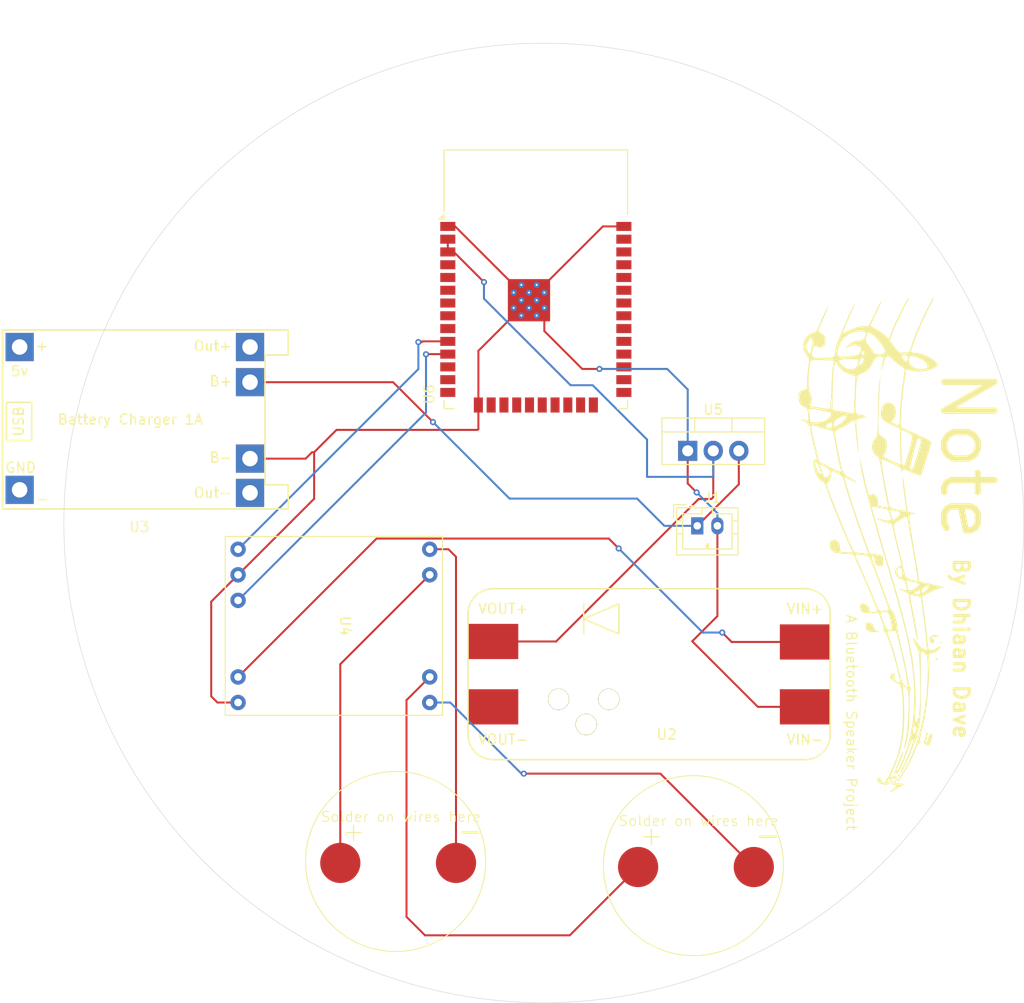
<source format=kicad_pcb>
(kicad_pcb (version 20241229) (generator "pcbnew") (generator_version "9.0")
  (layers (0 "F.Cu" signal) (2 "B.Cu" signal) (13 "F.Paste" user) (15 "B.Paste" user) (5 "F.SilkS" user "F.Silkscreen") (7 "B.SilkS" user "B.Silkscreen") (1 "F.Mask" user) (3 "B.Mask" user) (25 "Edge.Cuts" user))
  (net 0 "")
  (net 1 "GND")
  (net 2 "VBAT")
  (net 3 "L-")
  (net 4 "L+")
  (net 5 "R-")
  (net 6 "R+")
  (net 8 "VBUS")
  (net 9 "3.3V")
  (net 14 "GPIO26")
  (net 15 "GPIO25")
  (footprint "Package_TO_SOT_THT:TO-220-3_Vertical" (layer "F.Cu") (at 163.51 100.14)
    (property "Reference" "U5" (at 2.54 -4.1 0) (layer "F.SilkS"))
    (property "Value" "LD1117V33")
    (pad "1" thru_hole rect (at 0 0) (size 1.905 2) (drill 1.1) (layers "*.Cu" "*.Mask") (net 1 "GND"))
    (pad "2" thru_hole oval (at 2.54 0) (size 1.905 2) (drill 1.1) (layers "*.Cu" "*.Mask") (net 9 "3.3V"))
    (pad "3" thru_hole oval (at 5.08 0) (size 1.905 2) (drill 1.1) (layers "*.Cu" "*.Mask") (net 2 "VBAT"))
  )
  (footprint "Speaker:SPKR" (layer "F.Cu") (at 165.08 134.03)
    (property "Reference" "LS2" (hide yes))
    (property "Value" "Speaker" (hide yes))
    (fp_text user "-" (at 5 5.5 0) (layer "F.SilkS") (effects (font (size 2 2) (thickness 0.25)) (justify left bottom)))
    (fp_text user "+" (at -6.5 5.5 0) (layer "F.SilkS") (effects (font (size 2 2) (thickness 0.125)) (justify left bottom)))
    (fp_text user "Solder on wires here" (at -8.5 3.5 0) (layer "F.SilkS") (effects (font (thickness 0.1)) (justify left bottom)))
    (pad "1" smd circle (at -6.5 7.5) (size 4 4) (layers "F.Cu" "F.Mask" "F.Paste") (net 6 "R+"))
    (pad "2" smd circle (at 5 7.5) (size 4 4) (layers "F.Cu" "F.Mask" "F.Paste") (net 5 "R-"))
  )
  (footprint "CHRG:TP4056-18650" (layer "F.Cu") (at 95.4075 88.1175)
    (property "Reference" "U3" (at 13.6 19.6 0) (layer "F.SilkS"))
    (property "Value" "~" (hide yes))
    (fp_text user "Battery Charger 1A" (at 12.7 8.9 0) (layer "F.SilkS"))
    (fp_text user "B+" (at 21.7 5.1 0) (layer "F.SilkS"))
    (fp_text user "Out-" (at 20.9 16.2 0) (layer "F.SilkS"))
    (fp_text user "-" (at 4 16.8 0) (layer "F.SilkS"))
    (fp_text user "5v" (at 1.7 4.1 0) (layer "F.SilkS"))
    (fp_text user "GND" (at 1.8 13.7 0) (layer "F.SilkS"))
    (fp_text user "+" (at 3.9 1.6 0) (layer "F.SilkS"))
    (fp_text user "B-" (at 21.7 12.7 0) (layer "F.SilkS"))
    (fp_text user "Out+" (at 20.9 1.6 0) (layer "F.SilkS"))
    (fp_text user "USB" (at 1.6 9.1 90) (layer "F.SilkS"))
    (pad "1" thru_hole rect (at 1.7 1.7) (size 2.8 2.8) (drill 1.54) (layers "*.Cu" "*.Mask"))
    (pad "2" thru_hole rect (at 1.7 15.9) (size 2.8 2.8) (drill 1.54) (layers "*.Cu" "*.Mask"))
    (pad "3" thru_hole rect (at 24.6 1.7) (size 2.8 2.8) (drill 1.54) (layers "*.Cu" "*.Mask"))
    (pad "4" thru_hole rect (at 24.6 16.2) (size 2.8 2.8) (drill 1.54) (layers "*.Cu" "*.Mask"))
    (pad "5" thru_hole rect (at 24.6 5.2) (size 2.8 2.8) (drill 1.54) (layers "*.Cu" "*.Mask") (net 2 "VBAT"))
    (pad "6" thru_hole rect (at 24.6 12.8) (size 2.8 2.8) (drill 1.54) (layers "*.Cu" "*.Mask") (net 1 "GND"))
  )
  (footprint "IMGS:notes" (layer "F.Cu") (at 181.631489 109.410827 -90)
    (property "Reference" "G***" (hide yes))
    (property "Value" "LOGO" (hide yes))
  )
  (footprint "RF_Module:ESP32-WROOM-32" (layer "F.Cu") (at 148.415 86.075)
    (property "Reference" "U6" (at -10.61 8.43 90) (layer "F.SilkS"))
    (property "Value" "ESP32-WROOM-32")
    (pad "1" smd rect (at -8.75 -8.25) (size 1.5 0.9) (layers "F.Cu" "F.Mask" "F.Paste") (net 1 "GND"))
    (pad "2" smd rect (at -8.75 -6.98) (size 1.5 0.9) (layers "F.Cu" "F.Mask" "F.Paste") (net 9 "3.3V"))
    (pad "3" smd rect (at -8.75 -5.71) (size 1.5 0.9) (layers "F.Cu" "F.Mask" "F.Paste") (net 9 "3.3V"))
    (pad "4" smd rect (at -8.75 -4.44) (size 1.5 0.9) (layers "F.Cu" "F.Mask" "F.Paste"))
    (pad "5" smd rect (at -8.75 -3.17) (size 1.5 0.9) (layers "F.Cu" "F.Mask" "F.Paste"))
    (pad "6" smd rect (at -8.75 -1.9) (size 1.5 0.9) (layers "F.Cu" "F.Mask" "F.Paste"))
    (pad "7" smd rect (at -8.75 -0.63) (size 1.5 0.9) (layers "F.Cu" "F.Mask" "F.Paste"))
    (pad "8" smd rect (at -8.75 0.64) (size 1.5 0.9) (layers "F.Cu" "F.Mask" "F.Paste"))
    (pad "9" smd rect (at -8.75 1.91) (size 1.5 0.9) (layers "F.Cu" "F.Mask" "F.Paste"))
    (pad "10" smd rect (at -8.75 3.18) (size 1.5 0.9) (layers "F.Cu" "F.Mask" "F.Paste") (net 15 "GPIO25"))
    (pad "11" smd rect (at -8.75 4.45) (size 1.5 0.9) (layers "F.Cu" "F.Mask" "F.Paste") (net 14 "GPIO26"))
    (pad "12" smd rect (at -8.75 5.72) (size 1.5 0.9) (layers "F.Cu" "F.Mask" "F.Paste"))
    (pad "13" smd rect (at -8.75 6.99) (size 1.5 0.9) (layers "F.Cu" "F.Mask" "F.Paste"))
    (pad "14" smd rect (at -8.75 8.26) (size 1.5 0.9) (layers "F.Cu" "F.Mask" "F.Paste"))
    (pad "15" smd rect (at -5.71 9.51 90) (size 1.5 0.9) (layers "F.Cu" "F.Mask" "F.Paste") (net 1 "GND"))
    (pad "16" smd rect (at -4.44 9.51 90) (size 1.5 0.9) (layers "F.Cu" "F.Mask" "F.Paste"))
    (pad "17" smd rect (at -3.17 9.51 90) (size 1.5 0.9) (layers "F.Cu" "F.Mask" "F.Paste"))
    (pad "18" smd rect (at -1.9 9.51 90) (size 1.5 0.9) (layers "F.Cu" "F.Mask" "F.Paste"))
    (pad "19" smd rect (at -0.63 9.51 90) (size 1.5 0.9) (layers "F.Cu" "F.Mask" "F.Paste"))
    (pad "20" smd rect (at 0.64 9.51 90) (size 1.5 0.9) (layers "F.Cu" "F.Mask" "F.Paste"))
    (pad "21" smd rect (at 1.91 9.51 90) (size 1.5 0.9) (layers "F.Cu" "F.Mask" "F.Paste"))
    (pad "22" smd rect (at 3.18 9.51 90) (size 1.5 0.9) (layers "F.Cu" "F.Mask" "F.Paste"))
    (pad "23" smd rect (at 4.45 9.51 90) (size 1.5 0.9) (layers "F.Cu" "F.Mask" "F.Paste"))
    (pad "24" smd rect (at 5.72 9.51 90) (size 1.5 0.9) (layers "F.Cu" "F.Mask" "F.Paste"))
    (pad "25" smd rect (at 8.75 8.26) (size 1.5 0.9) (layers "F.Cu" "F.Mask" "F.Paste"))
    (pad "26" smd rect (at 8.75 6.99) (size 1.5 0.9) (layers "F.Cu" "F.Mask" "F.Paste"))
    (pad "27" smd rect (at 8.75 5.72) (size 1.5 0.9) (layers "F.Cu" "F.Mask" "F.Paste"))
    (pad "28" smd rect (at 8.75 4.45) (size 1.5 0.9) (layers "F.Cu" "F.Mask" "F.Paste"))
    (pad "29" smd rect (at 8.75 3.18) (size 1.5 0.9) (layers "F.Cu" "F.Mask" "F.Paste"))
    (pad "30" smd rect (at 8.75 1.91) (size 1.5 0.9) (layers "F.Cu" "F.Mask" "F.Paste"))
    (pad "31" smd rect (at 8.75 0.64) (size 1.5 0.9) (layers "F.Cu" "F.Mask" "F.Paste"))
    (pad "32" smd rect (at 8.75 -0.63) (size 1.5 0.9) (layers "F.Cu" "F.Mask" "F.Paste"))
    (pad "33" smd rect (at 8.75 -1.9) (size 1.5 0.9) (layers "F.Cu" "F.Mask" "F.Paste"))
    (pad "34" smd rect (at 8.75 -3.17) (size 1.5 0.9) (layers "F.Cu" "F.Mask" "F.Paste"))
    (pad "35" smd rect (at 8.75 -4.44) (size 1.5 0.9) (layers "F.Cu" "F.Mask" "F.Paste"))
    (pad "36" smd rect (at 8.75 -5.71) (size 1.5 0.9) (layers "F.Cu" "F.Mask" "F.Paste"))
    (pad "37" smd rect (at 8.75 -6.98) (size 1.5 0.9) (layers "F.Cu" "F.Mask" "F.Paste"))
    (pad "38" smd rect (at 8.75 -8.25) (size 1.5 0.9) (layers "F.Cu" "F.Mask" "F.Paste") (net 1 "GND"))
    (pad "39" smd rect (at -2.205 -2.435) (size 1.05 1.05) (layers "F.Cu" "F.Paste") (net 1 "GND"))
    (pad "39" thru_hole circle (at -2.205 -1.6725) (size 0.6 0.6) (drill 0.2) (property pad_prop_heatsink) (layers "*.Cu" "F.Mask") (net 1 "GND"))
    (pad "39" smd rect (at -2.205 -0.91) (size 1.05 1.05) (layers "F.Cu" "F.Paste") (net 1 "GND"))
    (pad "39" thru_hole circle (at -2.205 -0.1475) (size 0.6 0.6) (drill 0.2) (property pad_prop_heatsink) (layers "*.Cu" "F.Mask") (net 1 "GND"))
    (pad "39" smd rect (at -2.205 0.615) (size 1.05 1.05) (layers "F.Cu" "F.Paste") (net 1 "GND"))
    (pad "39" thru_hole circle (at -1.4425 -2.435) (size 0.6 0.6) (drill 0.2) (property pad_prop_heatsink) (layers "*.Cu" "F.Mask") (net 1 "GND"))
    (pad "39" thru_hole circle (at -1.4425 -0.91) (size 0.6 0.6) (drill 0.2) (property pad_prop_heatsink) (layers "*.Cu" "F.Mask") (net 1 "GND"))
    (pad "39" thru_hole circle (at -1.4425 0.615) (size 0.6 0.6) (drill 0.2) (property pad_prop_heatsink) (layers "*.Cu" "F.Mask") (net 1 "GND"))
    (pad "39" smd rect (at -0.68 -2.435) (size 1.05 1.05) (layers "F.Cu" "F.Paste") (net 1 "GND"))
    (pad "39" thru_hole circle (at -0.68 -1.6725) (size 0.6 0.6) (drill 0.2) (property pad_prop_heatsink) (layers "*.Cu" "F.Mask") (net 1 "GND"))
    (pad "39" smd rect (at -0.68 -0.91) (size 1.05 1.05) (layers "F.Cu" "F.Paste") (net 1 "GND"))
    (pad "39" smd rect (at -0.68 -0.91) (size 4.2 4.2) (property pad_prop_heatsink) (layers "F.Cu" "F.Mask") (net 1 "GND"))
    (pad "39" thru_hole circle (at -0.68 -0.1475) (size 0.6 0.6) (drill 0.2) (property pad_prop_heatsink) (layers "*.Cu" "F.Mask") (net 1 "GND"))
    (pad "39" smd rect (at -0.68 0.615) (size 1.05 1.05) (layers "F.Cu" "F.Paste") (net 1 "GND"))
    (pad "39" thru_hole circle (at 0.0825 -2.435) (size 0.6 0.6) (drill 0.2) (property pad_prop_heatsink) (layers "*.Cu" "F.Mask") (net 1 "GND"))
    (pad "39" thru_hole circle (at 0.0825 -0.91) (size 0.6 0.6) (drill 0.2) (property pad_prop_heatsink) (layers "*.Cu" "F.Mask") (net 1 "GND"))
    (pad "39" thru_hole circle (at 0.0825 0.615) (size 0.6 0.6) (drill 0.2) (property pad_prop_heatsink) (layers "*.Cu" "F.Mask") (net 1 "GND"))
    (pad "39" smd rect (at 0.845 -2.435) (size 1.05 1.05) (layers "F.Cu" "F.Paste") (net 1 "GND"))
    (pad "39" thru_hole circle (at 0.845 -1.6725) (size 0.6 0.6) (drill 0.2) (property pad_prop_heatsink) (layers "*.Cu" "F.Mask") (net 1 "GND"))
    (pad "39" smd rect (at 0.845 -0.91) (size 1.05 1.05) (layers "F.Cu" "F.Paste") (net 1 "GND"))
    (pad "39" thru_hole circle (at 0.845 -0.1475) (size 0.6 0.6) (drill 0.2) (property pad_prop_heatsink) (layers "*.Cu" "F.Mask") (net 1 "GND"))
    (pad "39" smd rect (at 0.845 0.615) (size 1.05 1.05) (layers "F.Cu" "F.Paste") (net 1 "GND"))
  )
  (footprint "JSTC:JST_PH_B2B-PH-K_02x2.00mm_Straight" (layer "F.Cu") (at 164.46 107.6)
    (property "Reference" "J1" (at 1.5 -2.8 0) (layer "F.SilkS"))
    (property "Value" "Conn_01x02")
    (pad "1" thru_hole rect (at 0 0) (size 1.2 1.7) (drill 0.75) (layers "*.Cu" "*.Mask") (net 2 "VBAT"))
    (pad "2" thru_hole oval (at 2 0) (size 1.2 1.7) (drill 0.75) (layers "*.Cu" "*.Mask") (net 1 "GND"))
  )
  (footprint "Speaker:SPKR" (layer "F.Cu") (at 135.48 133.62)
    (property "Reference" "LS1" (hide yes))
    (property "Value" "Speaker" (hide yes))
    (fp_text user "Solder on wires here" (at -8.5 3.5 0) (layer "F.SilkS") (effects (font (thickness 0.1)) (justify left bottom)))
    (fp_text user "-" (at 5 5.5 0) (layer "F.SilkS") (effects (font (size 2 2) (thickness 0.25)) (justify left bottom)))
    (fp_text user "+" (at -6.5 5.5 0) (layer "F.SilkS") (effects (font (size 2 2) (thickness 0.125)) (justify left bottom)))
    (pad "1" smd circle (at -6.5 7.5) (size 4 4) (layers "F.Cu" "F.Mask" "F.Paste") (net 4 "L+"))
    (pad "2" smd circle (at 5 7.5) (size 4 4) (layers "F.Cu" "F.Mask" "F.Paste") (net 3 "L-"))
  )
  (footprint "PAM:pam8403" (layer "F.Cu") (at 128.98 117.55 -90)
    (property "Reference" "U4" (at 0 -0.5 270) (layer "F.SilkS"))
    (property "Value" "pam8403")
    (pad "1" thru_hole circle (at -7.62 10.16 270) (size 1.524 1.524) (drill 0.762) (layers "*.Cu" "*.Mask") (net 15 "GPIO25"))
    (pad "2" thru_hole circle (at -5.08 10.16 270) (size 1.524 1.524) (drill 0.762) (layers "*.Cu" "*.Mask") (net 1 "GND"))
    (pad "3" thru_hole circle (at -2.54 10.16 270) (size 1.524 1.524) (drill 0.762) (layers "*.Cu" "*.Mask") (net 14 "GPIO26"))
    (pad "4" thru_hole circle (at 5.08 10.16 270) (size 1.524 1.524) (drill 0.762) (layers "*.Cu" "*.Mask") (net 8 "VBUS"))
    (pad "5" thru_hole circle (at 7.62 10.16 270) (size 1.524 1.524) (drill 0.762) (layers "*.Cu" "*.Mask") (net 1 "GND"))
    (pad "6" thru_hole circle (at 7.62 -8.89 270) (size 1.524 1.524) (drill 0.762) (layers "*.Cu" "*.Mask") (net 5 "R-"))
    (pad "7" thru_hole circle (at 5.08 -8.89 270) (size 1.524 1.524) (drill 0.762) (layers "*.Cu" "*.Mask") (net 6 "R+"))
    (pad "8" thru_hole circle (at -5.08 -8.89 270) (size 1.524 1.524) (drill 0.762) (layers "*.Cu" "*.Mask") (net 4 "L+"))
    (pad "9" thru_hole circle (at -7.62 -8.89 270) (size 1.524 1.524) (drill 0.762) (layers "*.Cu" "*.Mask") (net 3 "L-"))
  )
  (footprint "BOST:MT3608_module_SMT" (layer "F.Cu") (at 161.17 122.35)
    (property "Reference" "U2" (at 0.25 6 180) (layer "F.SilkS"))
    (property "Value" "MT3608")
    (fp_text user "VOUT-" (at -16 6.5 0) (layer "F.SilkS"))
    (fp_text user "VOUT+" (at -16 -6.5 0) (layer "F.SilkS"))
    (fp_text user "VIN-" (at 14 6.5 0) (layer "F.SilkS"))
    (fp_text user "VIN+" (at 14 -6.5 0) (layer "F.SilkS"))
    (pad "" thru_hole circle (at -10.5 2.5) (size 2.1 2.1) (drill 2) (layers "*.Cu" "*.Mask" "F.SilkS"))
    (pad "" thru_hole circle (at -7.75 5) (size 2.1 2.1) (drill 2) (layers "*.Cu" "*.Mask" "F.SilkS"))
    (pad "" thru_hole circle (at -5.5 2.5) (size 2.1 2.1) (drill 2) (layers "*.Cu" "*.Mask" "F.SilkS"))
    (pad "1" smd rect (at 14 -3.2 180) (size 5 3.5) (layers "F.Cu" "F.Mask" "F.Paste") (net 8 "VBUS"))
    (pad "2" smd rect (at 14 3.25 180) (size 5 3.5) (layers "F.Cu" "F.Mask" "F.Paste") (net 1 "GND"))
    (pad "3" smd rect (at -17 3.25 180) (size 5 3.5) (layers "F.Cu" "F.Mask" "F.Paste"))
    (pad "4" smd rect (at -17 -3.25 180) (size 5 3.5) (layers "F.Cu" "F.Mask" "F.Paste") (net 9 "3.3V"))
  )
  (gr_circle (center 149.21 107.315299) (end 115.91 73.155299) (stroke (width 0.05)) (fill no) (layer "Edge.Cuts"))
  (gr_text "By Dhiaan Dave" (at 189.8 110.68 270) (layer "F.SilkS") (effects (font (size 1.5 1.5) (thickness 0.3) (bold yes)) (justify left bottom)))
  (gr_text "A Bluetooth Speaker Project" (at 179.2 116.35 270) (layer "F.SilkS") (effects (font (size 1 1) (thickness 0.125)) (justify left bottom)))
  (gr_text "Note" (at 188.361404 91.68526 270) (layer "F.SilkS") (effects (font (size 5 5) (thickness 0.625)) (justify left bottom)))
  (segment (start 142.705 95.585) (end 142.705 90.195) (width 0.2) (layer "F.Cu") (net 1))
  (segment (start 139.665 77.825) (end 140.395 77.825) (width 0.2) (layer "F.Cu") (net 1))
  (segment (start 126.17 100.28) (end 125.5325 100.9175) (width 0.2) (layer "F.Cu") (net 1))
  (segment (start 128.6 98.06) (end 142.62 98.06) (width 0.2) (layer "F.Cu") (net 1))
  (segment (start 118.82 112.47) (end 126.38 104.91) (width 0.2) (layer "F.Cu") (net 1))
  (segment (start 126.38 104.91) (end 126.38 100.28) (width 0.2) (layer "F.Cu") (net 1))
  (segment (start 163.51 100.14) (end 163.51 103.39) (width 0.2) (layer "F.Cu") (net 1))
  (segment (start 155.075 77.825) (end 157.165 77.825) (width 0.2) (layer "F.Cu") (net 1))
  (segment (start 116.15 124.55) (end 116.77 125.17) (width 0.2) (layer "F.Cu") (net 1))
  (segment (start 118.82 112.47) (end 116.15 115.14) (width 0.2) (layer "F.Cu") (net 1))
  (segment (start 142.705 90.195) (end 147.735 85.165) (width 0.2) (layer "F.Cu") (net 1))
  (segment (start 142.705 97.975) (end 142.705 95.585) (width 0.2) (layer "F.Cu") (net 1))
  (segment (start 149.26 86.69) (end 149.26 88.232) (width 0.2) (layer "F.Cu") (net 1))
  (segment (start 116.15 115.14) (end 116.15 124.55) (width 0.2) (layer "F.Cu") (net 1))
  (segment (start 116.77 125.17) (end 118.82 125.17) (width 0.2) (layer "F.Cu") (net 1))
  (segment (start 163.96 119.08) (end 166.46 116.58) (width 0.2) (layer "F.Cu") (net 1))
  (segment (start 149.26 88.232) (end 153.028 92) (width 0.2) (layer "F.Cu") (net 1))
  (segment (start 126.38 100.28) (end 128.6 98.06) (width 0.2) (layer "F.Cu") (net 1))
  (segment (start 142.62 98.06) (end 142.705 97.975) (width 0.2) (layer "F.Cu") (net 1))
  (segment (start 147.735 85.165) (end 155.075 77.825) (width 0.2) (layer "F.Cu") (net 1))
  (segment (start 126.38 100.28) (end 126.17 100.28) (width 0.2) (layer "F.Cu") (net 1))
  (segment (start 170.48 125.6) (end 163.96 119.08) (width 0.2) (layer "F.Cu") (net 1))
  (segment (start 175.17 125.6) (end 170.48 125.6) (width 0.2) (layer "F.Cu") (net 1))
  (segment (start 166.46 116.58) (end 166.46 107.6) (width 0.2) (layer "F.Cu") (net 1))
  (segment (start 140.395 77.825) (end 147.735 85.165) (width 0.2) (layer "F.Cu") (net 1))
  (segment (start 163.51 103.39) (end 164.4 104.28) (width 0.2) (layer "F.Cu") (net 1))
  (segment (start 125.5325 100.9175) (end 120.0075 100.9175) (width 0.2) (layer "F.Cu") (net 1))
  (segment (start 153.028 92) (end 154.74 92) (width 0.2) (layer "F.Cu") (net 1))
  (via (at 164.4 104.28) (size 0.6) (drill 0.3) (layers "F.Cu" "B.Cu") (net 1))
  (via (at 154.74 92) (size 0.6) (drill 0.3) (layers "F.Cu" "B.Cu") (net 1))
  (segment (start 161.47 92) (end 163.51 94.04) (width 0.2) (layer "B.Cu") (net 1))
  (segment (start 154.74 92) (end 161.47 92) (width 0.2) (layer "B.Cu") (net 1))
  (segment (start 164.4 104.28) (end 166.46 106.34) (width 0.2) (layer "B.Cu") (net 1))
  (segment (start 163.51 94.04) (end 163.51 100.14) (width 0.2) (layer "B.Cu") (net 1))
  (segment (start 166.46 106.34) (end 166.46 107.6) (width 0.2) (layer "B.Cu") (net 1))
  (segment (start 134.2275 93.3175) (end 138.19 97.28) (width 0.2) (layer "F.Cu") (net 2))
  (segment (start 120.0075 93.3175) (end 121.2775 93.3175) (width 0.2) (layer "F.Cu") (net 2))
  (segment (start 168.59 103.47) (end 164.46 107.6) (width 0.2) (layer "F.Cu") (net 2))
  (segment (start 168.59 100.14) (end 168.59 103.47) (width 0.2) (layer "F.Cu") (net 2))
  (segment (start 120.0075 93.3175) (end 134.2275 93.3175) (width 0.2) (layer "F.Cu") (net 2))
  (via (at 138.19 97.28) (size 0.6) (drill 0.3) (layers "F.Cu" "B.Cu") (net 2))
  (segment (start 158.48 104.89) (end 161.19 107.6) (width 0.2) (layer "B.Cu") (net 2))
  (segment (start 138.19 97.28) (end 145.8 104.89) (width 0.2) (layer "B.Cu") (net 2))
  (segment (start 161.19 107.6) (end 164.46 107.6) (width 0.2) (layer "B.Cu") (net 2))
  (segment (start 145.8 104.89) (end 158.48 104.89) (width 0.2) (layer "B.Cu") (net 2))
  (segment (start 140.48 110.68) (end 139.73 109.93) (width 0.2) (layer "F.Cu") (net 3))
  (segment (start 140.48 141.12) (end 140.48 110.68) (width 0.2) (layer "F.Cu") (net 3))
  (segment (start 139.73 109.93) (end 137.87 109.93) (width 0.2) (layer "F.Cu") (net 3))
  (segment (start 128.98 121.36) (end 137.87 112.47) (width 0.2) (layer "F.Cu") (net 4))
  (segment (start 128.98 141.12) (end 128.98 121.36) (width 0.2) (layer "F.Cu") (net 4))
  (segment (start 170.08 141.53) (end 160.79 132.24) (width 0.2) (layer "F.Cu") (net 5))
  (segment (start 160.79 132.24) (end 147.22 132.24) (width 0.2) (layer "F.Cu") (net 5))
  (via (at 147.22 132.24) (size 0.6) (drill 0.3) (layers "F.Cu" "B.Cu") (net 5))
  (segment (start 139.91 125.17) (end 137.87 125.17) (width 0.2) (layer "B.Cu") (net 5))
  (segment (start 147.22 132.24) (end 146.98 132.24) (width 0.2) (layer "B.Cu") (net 5))
  (segment (start 146.98 132.24) (end 139.91 125.17) (width 0.2) (layer "B.Cu") (net 5))
  (segment (start 135.56 124.94) (end 137.87 122.63) (width 0.2) (layer "F.Cu") (net 6))
  (segment (start 135.56 146.48) (end 135.56 124.94) (width 0.2) (layer "F.Cu") (net 6))
  (segment (start 158.58 141.53) (end 151.79 148.32) (width 0.2) (layer "F.Cu") (net 6))
  (segment (start 151.79 148.32) (end 137.4 148.32) (width 0.2) (layer "F.Cu") (net 6))
  (segment (start 137.4 148.32) (end 135.56 146.48) (width 0.2) (layer "F.Cu") (net 6))
  (segment (start 167.88 119.15) (end 175.17 119.15) (width 0.2) (layer "F.Cu") (net 8))
  (segment (start 166.94 118.21) (end 167.88 119.15) (width 0.2) (layer "F.Cu") (net 8))
  (segment (start 118.82 122.63) (end 132.583 108.867) (width 0.2) (layer "F.Cu") (net 8))
  (segment (start 155.667 108.867) (end 156.65 109.85) (width 0.2) (layer "F.Cu") (net 8))
  (segment (start 132.583 108.867) (end 155.667 108.867) (width 0.2) (layer "F.Cu") (net 8))
  (via (at 166.94 118.21) (size 0.6) (drill 0.3) (layers "F.Cu" "B.Cu") (net 8))
  (via (at 156.65 109.85) (size 0.6) (drill 0.3) (layers "F.Cu" "B.Cu") (net 8))
  (segment (start 165.01 118.21) (end 166.94 118.21) (width 0.2) (layer "B.Cu") (net 8))
  (segment (start 156.65 109.85) (end 165.01 118.21) (width 0.2) (layer "B.Cu") (net 8))
  (segment (start 139.665 79.095) (end 139.665 80.365) (width 0.2) (layer "F.Cu") (net 9))
  (segment (start 166.05 104.75) (end 166.05 100.14) (width 0.2) (layer "F.Cu") (net 9))
  (segment (start 165.87 104.93) (end 166.05 104.75) (width 0.2) (layer "F.Cu") (net 9))
  (segment (start 140.265 80.365) (end 143.26 83.36) (width 0.2) (layer "F.Cu") (net 9))
  (segment (start 144.17 119.1) (end 150.429943 119.1) (width 0.2) (layer "F.Cu") (net 9))
  (segment (start 139.665 80.365) (end 140.265 80.365) (width 0.2) (layer "F.Cu") (net 9))
  (segment (start 150.429943 119.1) (end 164.599943 104.93) (width 0.2) (layer "F.Cu") (net 9))
  (segment (start 164.599943 104.93) (end 165.87 104.93) (width 0.2) (layer "F.Cu") (net 9))
  (via (at 143.26 83.36) (size 0.6) (drill 0.3) (layers "F.Cu" "B.Cu") (net 9))
  (segment (start 143.26 83.36) (end 143.26 85.01) (width 0.2) (layer "B.Cu") (net 9))
  (segment (start 159.47 102.73) (end 166.06 102.73) (width 0.2) (layer "B.Cu") (net 9))
  (segment (start 166.05 102.72) (end 166.05 100.14) (width 0.2) (layer "B.Cu") (net 9))
  (segment (start 143.26 85.01) (end 151.87 93.62) (width 0.2) (layer "B.Cu") (net 9))
  (segment (start 159.47 99.02) (end 159.47 102.73) (width 0.2) (layer "B.Cu") (net 9))
  (segment (start 166.06 102.73) (end 166.05 102.72) (width 0.2) (layer "B.Cu") (net 9))
  (segment (start 151.87 93.62) (end 154.07 93.62) (width 0.2) (layer "B.Cu") (net 9))
  (segment (start 154.07 93.62) (end 159.47 99.02) (width 0.2) (layer "B.Cu") (net 9))
  (segment (start 137.5 90.54) (end 137.515 90.525) (width 0.2) (layer "F.Cu") (net 14))
  (segment (start 137.515 90.525) (end 139.665 90.525) (width 0.2) (layer "F.Cu") (net 14))
  (via (at 137.5 90.54) (size 0.6) (drill 0.3) (layers "F.Cu" "B.Cu") (net 14))
  (segment (start 118.82 115.01) (end 137.5 96.33) (width 0.2) (layer "B.Cu") (net 14))
  (segment (start 137.5 96.33) (end 137.5 90.54) (width 0.2) (layer "B.Cu") (net 14))
  (segment (start 137.145 89.255) (end 139.665 89.255) (width 0.2) (layer "F.Cu") (net 15))
  (segment (start 136.74 89.33) (end 137.07 89.33) (width 0.2) (layer "F.Cu") (net 15))
  (segment (start 137.07 89.33) (end 137.145 89.255) (width 0.2) (layer "F.Cu") (net 15))
  (via (at 136.74 89.33) (size 0.6) (drill 0.3) (layers "F.Cu" "B.Cu") (net 15))
  (segment (start 136.74 92.01) (end 136.74 89.33) (width 0.2) (layer "B.Cu") (net 15))
  (segment (start 118.82 109.93) (end 136.74 92.01) (width 0.2) (layer "B.Cu") (net 15))
)
</source>
